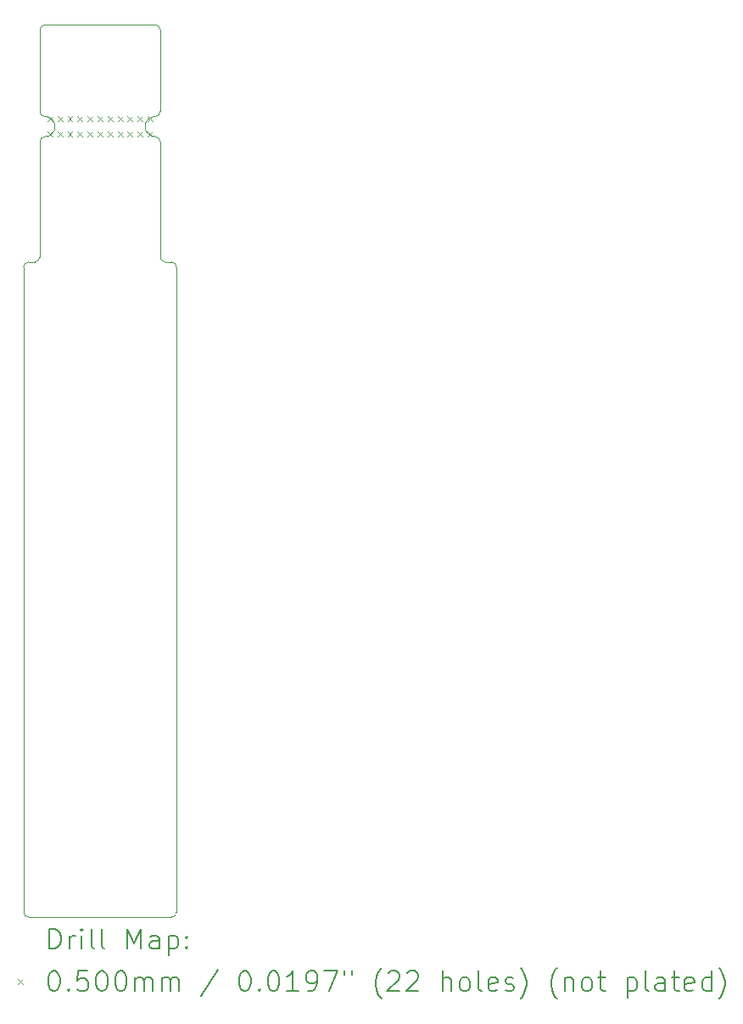
<source format=gbr>
%TF.GenerationSoftware,KiCad,Pcbnew,7.0.10*%
%TF.CreationDate,2024-01-06T05:40:19+01:00*%
%TF.ProjectId,universal-tc2030,756e6976-6572-4736-916c-2d7463323033,rev?*%
%TF.SameCoordinates,Original*%
%TF.FileFunction,Drillmap*%
%TF.FilePolarity,Positive*%
%FSLAX45Y45*%
G04 Gerber Fmt 4.5, Leading zero omitted, Abs format (unit mm)*
G04 Created by KiCad (PCBNEW 7.0.10) date 2024-01-06 05:40:19*
%MOMM*%
%LPD*%
G01*
G04 APERTURE LIST*
%ADD10C,0.100000*%
%ADD11C,0.200000*%
G04 APERTURE END LIST*
D10*
X14450000Y-5000000D02*
G75*
G03*
X14450000Y-4800000I0J100000D01*
G01*
X14350000Y-6250000D02*
G75*
G03*
X14400000Y-6200000I0J50000D01*
G01*
X14288000Y-12790000D02*
X15712000Y-12790000D01*
X15600000Y-5050000D02*
G75*
G03*
X15550000Y-5000000I-50000J0D01*
G01*
X14238000Y-6300000D02*
X14238000Y-12740000D01*
X14400000Y-3935000D02*
X14400000Y-4750000D01*
X14450000Y-3885000D02*
X15550000Y-3885000D01*
X15600000Y-3935000D02*
X15600000Y-4750000D01*
X15650000Y-6250000D02*
X15712000Y-6250000D01*
X14288000Y-6250000D02*
G75*
G03*
X14238000Y-6300000I0J-50000D01*
G01*
X14238000Y-12740000D02*
G75*
G03*
X14288000Y-12790000I50000J0D01*
G01*
X15550000Y-4800000D02*
G75*
G03*
X15600000Y-4750000I0J50000D01*
G01*
X14450000Y-5000000D02*
G75*
G03*
X14400000Y-5050000I0J-50000D01*
G01*
X14400000Y-6200000D02*
X14400000Y-5050000D01*
X14450000Y-3885000D02*
G75*
G03*
X14400000Y-3935000I0J-50000D01*
G01*
X15712000Y-12790000D02*
G75*
G03*
X15762000Y-12740000I0J50000D01*
G01*
X15762000Y-6300000D02*
X15762000Y-12740000D01*
X15600000Y-3935000D02*
G75*
G03*
X15550000Y-3885000I-50000J0D01*
G01*
X15600000Y-5050000D02*
X15600000Y-6200000D01*
X14350000Y-6250000D02*
X14288000Y-6250000D01*
X15762000Y-6300000D02*
G75*
G03*
X15712000Y-6250000I-50000J0D01*
G01*
X14400000Y-4750000D02*
G75*
G03*
X14450000Y-4800000I50000J0D01*
G01*
X15600000Y-6200000D02*
G75*
G03*
X15650000Y-6250000I50000J0D01*
G01*
X15550000Y-4800000D02*
G75*
G03*
X15550000Y-5000000I0J-100000D01*
G01*
D11*
D10*
X14475000Y-4800000D02*
X14525000Y-4850000D01*
X14525000Y-4800000D02*
X14475000Y-4850000D01*
X14475000Y-4950000D02*
X14525000Y-5000000D01*
X14525000Y-4950000D02*
X14475000Y-5000000D01*
X14575000Y-4800000D02*
X14625000Y-4850000D01*
X14625000Y-4800000D02*
X14575000Y-4850000D01*
X14575000Y-4950000D02*
X14625000Y-5000000D01*
X14625000Y-4950000D02*
X14575000Y-5000000D01*
X14675000Y-4800000D02*
X14725000Y-4850000D01*
X14725000Y-4800000D02*
X14675000Y-4850000D01*
X14675000Y-4950000D02*
X14725000Y-5000000D01*
X14725000Y-4950000D02*
X14675000Y-5000000D01*
X14775000Y-4800000D02*
X14825000Y-4850000D01*
X14825000Y-4800000D02*
X14775000Y-4850000D01*
X14775000Y-4950000D02*
X14825000Y-5000000D01*
X14825000Y-4950000D02*
X14775000Y-5000000D01*
X14875000Y-4800000D02*
X14925000Y-4850000D01*
X14925000Y-4800000D02*
X14875000Y-4850000D01*
X14875000Y-4950000D02*
X14925000Y-5000000D01*
X14925000Y-4950000D02*
X14875000Y-5000000D01*
X14975000Y-4800000D02*
X15025000Y-4850000D01*
X15025000Y-4800000D02*
X14975000Y-4850000D01*
X14975000Y-4950000D02*
X15025000Y-5000000D01*
X15025000Y-4950000D02*
X14975000Y-5000000D01*
X15075000Y-4800000D02*
X15125000Y-4850000D01*
X15125000Y-4800000D02*
X15075000Y-4850000D01*
X15075000Y-4950000D02*
X15125000Y-5000000D01*
X15125000Y-4950000D02*
X15075000Y-5000000D01*
X15175000Y-4800000D02*
X15225000Y-4850000D01*
X15225000Y-4800000D02*
X15175000Y-4850000D01*
X15175000Y-4950000D02*
X15225000Y-5000000D01*
X15225000Y-4950000D02*
X15175000Y-5000000D01*
X15275000Y-4800000D02*
X15325000Y-4850000D01*
X15325000Y-4800000D02*
X15275000Y-4850000D01*
X15275000Y-4950000D02*
X15325000Y-5000000D01*
X15325000Y-4950000D02*
X15275000Y-5000000D01*
X15375000Y-4800000D02*
X15425000Y-4850000D01*
X15425000Y-4800000D02*
X15375000Y-4850000D01*
X15375000Y-4950000D02*
X15425000Y-5000000D01*
X15425000Y-4950000D02*
X15375000Y-5000000D01*
X15475000Y-4800000D02*
X15525000Y-4850000D01*
X15525000Y-4800000D02*
X15475000Y-4850000D01*
X15475000Y-4950000D02*
X15525000Y-5000000D01*
X15525000Y-4950000D02*
X15475000Y-5000000D01*
D11*
X14493777Y-13106484D02*
X14493777Y-12906484D01*
X14493777Y-12906484D02*
X14541396Y-12906484D01*
X14541396Y-12906484D02*
X14569967Y-12916008D01*
X14569967Y-12916008D02*
X14589015Y-12935055D01*
X14589015Y-12935055D02*
X14598539Y-12954103D01*
X14598539Y-12954103D02*
X14608062Y-12992198D01*
X14608062Y-12992198D02*
X14608062Y-13020769D01*
X14608062Y-13020769D02*
X14598539Y-13058865D01*
X14598539Y-13058865D02*
X14589015Y-13077912D01*
X14589015Y-13077912D02*
X14569967Y-13096960D01*
X14569967Y-13096960D02*
X14541396Y-13106484D01*
X14541396Y-13106484D02*
X14493777Y-13106484D01*
X14693777Y-13106484D02*
X14693777Y-12973150D01*
X14693777Y-13011246D02*
X14703301Y-12992198D01*
X14703301Y-12992198D02*
X14712824Y-12982674D01*
X14712824Y-12982674D02*
X14731872Y-12973150D01*
X14731872Y-12973150D02*
X14750920Y-12973150D01*
X14817586Y-13106484D02*
X14817586Y-12973150D01*
X14817586Y-12906484D02*
X14808062Y-12916008D01*
X14808062Y-12916008D02*
X14817586Y-12925531D01*
X14817586Y-12925531D02*
X14827110Y-12916008D01*
X14827110Y-12916008D02*
X14817586Y-12906484D01*
X14817586Y-12906484D02*
X14817586Y-12925531D01*
X14941396Y-13106484D02*
X14922348Y-13096960D01*
X14922348Y-13096960D02*
X14912824Y-13077912D01*
X14912824Y-13077912D02*
X14912824Y-12906484D01*
X15046158Y-13106484D02*
X15027110Y-13096960D01*
X15027110Y-13096960D02*
X15017586Y-13077912D01*
X15017586Y-13077912D02*
X15017586Y-12906484D01*
X15274729Y-13106484D02*
X15274729Y-12906484D01*
X15274729Y-12906484D02*
X15341396Y-13049341D01*
X15341396Y-13049341D02*
X15408062Y-12906484D01*
X15408062Y-12906484D02*
X15408062Y-13106484D01*
X15589015Y-13106484D02*
X15589015Y-13001722D01*
X15589015Y-13001722D02*
X15579491Y-12982674D01*
X15579491Y-12982674D02*
X15560443Y-12973150D01*
X15560443Y-12973150D02*
X15522348Y-12973150D01*
X15522348Y-12973150D02*
X15503301Y-12982674D01*
X15589015Y-13096960D02*
X15569967Y-13106484D01*
X15569967Y-13106484D02*
X15522348Y-13106484D01*
X15522348Y-13106484D02*
X15503301Y-13096960D01*
X15503301Y-13096960D02*
X15493777Y-13077912D01*
X15493777Y-13077912D02*
X15493777Y-13058865D01*
X15493777Y-13058865D02*
X15503301Y-13039817D01*
X15503301Y-13039817D02*
X15522348Y-13030293D01*
X15522348Y-13030293D02*
X15569967Y-13030293D01*
X15569967Y-13030293D02*
X15589015Y-13020769D01*
X15684253Y-12973150D02*
X15684253Y-13173150D01*
X15684253Y-12982674D02*
X15703301Y-12973150D01*
X15703301Y-12973150D02*
X15741396Y-12973150D01*
X15741396Y-12973150D02*
X15760443Y-12982674D01*
X15760443Y-12982674D02*
X15769967Y-12992198D01*
X15769967Y-12992198D02*
X15779491Y-13011246D01*
X15779491Y-13011246D02*
X15779491Y-13068388D01*
X15779491Y-13068388D02*
X15769967Y-13087436D01*
X15769967Y-13087436D02*
X15760443Y-13096960D01*
X15760443Y-13096960D02*
X15741396Y-13106484D01*
X15741396Y-13106484D02*
X15703301Y-13106484D01*
X15703301Y-13106484D02*
X15684253Y-13096960D01*
X15865205Y-13087436D02*
X15874729Y-13096960D01*
X15874729Y-13096960D02*
X15865205Y-13106484D01*
X15865205Y-13106484D02*
X15855682Y-13096960D01*
X15855682Y-13096960D02*
X15865205Y-13087436D01*
X15865205Y-13087436D02*
X15865205Y-13106484D01*
X15865205Y-12982674D02*
X15874729Y-12992198D01*
X15874729Y-12992198D02*
X15865205Y-13001722D01*
X15865205Y-13001722D02*
X15855682Y-12992198D01*
X15855682Y-12992198D02*
X15865205Y-12982674D01*
X15865205Y-12982674D02*
X15865205Y-13001722D01*
D10*
X14183000Y-13410000D02*
X14233000Y-13460000D01*
X14233000Y-13410000D02*
X14183000Y-13460000D01*
D11*
X14531872Y-13326484D02*
X14550920Y-13326484D01*
X14550920Y-13326484D02*
X14569967Y-13336008D01*
X14569967Y-13336008D02*
X14579491Y-13345531D01*
X14579491Y-13345531D02*
X14589015Y-13364579D01*
X14589015Y-13364579D02*
X14598539Y-13402674D01*
X14598539Y-13402674D02*
X14598539Y-13450293D01*
X14598539Y-13450293D02*
X14589015Y-13488388D01*
X14589015Y-13488388D02*
X14579491Y-13507436D01*
X14579491Y-13507436D02*
X14569967Y-13516960D01*
X14569967Y-13516960D02*
X14550920Y-13526484D01*
X14550920Y-13526484D02*
X14531872Y-13526484D01*
X14531872Y-13526484D02*
X14512824Y-13516960D01*
X14512824Y-13516960D02*
X14503301Y-13507436D01*
X14503301Y-13507436D02*
X14493777Y-13488388D01*
X14493777Y-13488388D02*
X14484253Y-13450293D01*
X14484253Y-13450293D02*
X14484253Y-13402674D01*
X14484253Y-13402674D02*
X14493777Y-13364579D01*
X14493777Y-13364579D02*
X14503301Y-13345531D01*
X14503301Y-13345531D02*
X14512824Y-13336008D01*
X14512824Y-13336008D02*
X14531872Y-13326484D01*
X14684253Y-13507436D02*
X14693777Y-13516960D01*
X14693777Y-13516960D02*
X14684253Y-13526484D01*
X14684253Y-13526484D02*
X14674729Y-13516960D01*
X14674729Y-13516960D02*
X14684253Y-13507436D01*
X14684253Y-13507436D02*
X14684253Y-13526484D01*
X14874729Y-13326484D02*
X14779491Y-13326484D01*
X14779491Y-13326484D02*
X14769967Y-13421722D01*
X14769967Y-13421722D02*
X14779491Y-13412198D01*
X14779491Y-13412198D02*
X14798539Y-13402674D01*
X14798539Y-13402674D02*
X14846158Y-13402674D01*
X14846158Y-13402674D02*
X14865205Y-13412198D01*
X14865205Y-13412198D02*
X14874729Y-13421722D01*
X14874729Y-13421722D02*
X14884253Y-13440769D01*
X14884253Y-13440769D02*
X14884253Y-13488388D01*
X14884253Y-13488388D02*
X14874729Y-13507436D01*
X14874729Y-13507436D02*
X14865205Y-13516960D01*
X14865205Y-13516960D02*
X14846158Y-13526484D01*
X14846158Y-13526484D02*
X14798539Y-13526484D01*
X14798539Y-13526484D02*
X14779491Y-13516960D01*
X14779491Y-13516960D02*
X14769967Y-13507436D01*
X15008062Y-13326484D02*
X15027110Y-13326484D01*
X15027110Y-13326484D02*
X15046158Y-13336008D01*
X15046158Y-13336008D02*
X15055682Y-13345531D01*
X15055682Y-13345531D02*
X15065205Y-13364579D01*
X15065205Y-13364579D02*
X15074729Y-13402674D01*
X15074729Y-13402674D02*
X15074729Y-13450293D01*
X15074729Y-13450293D02*
X15065205Y-13488388D01*
X15065205Y-13488388D02*
X15055682Y-13507436D01*
X15055682Y-13507436D02*
X15046158Y-13516960D01*
X15046158Y-13516960D02*
X15027110Y-13526484D01*
X15027110Y-13526484D02*
X15008062Y-13526484D01*
X15008062Y-13526484D02*
X14989015Y-13516960D01*
X14989015Y-13516960D02*
X14979491Y-13507436D01*
X14979491Y-13507436D02*
X14969967Y-13488388D01*
X14969967Y-13488388D02*
X14960443Y-13450293D01*
X14960443Y-13450293D02*
X14960443Y-13402674D01*
X14960443Y-13402674D02*
X14969967Y-13364579D01*
X14969967Y-13364579D02*
X14979491Y-13345531D01*
X14979491Y-13345531D02*
X14989015Y-13336008D01*
X14989015Y-13336008D02*
X15008062Y-13326484D01*
X15198539Y-13326484D02*
X15217586Y-13326484D01*
X15217586Y-13326484D02*
X15236634Y-13336008D01*
X15236634Y-13336008D02*
X15246158Y-13345531D01*
X15246158Y-13345531D02*
X15255682Y-13364579D01*
X15255682Y-13364579D02*
X15265205Y-13402674D01*
X15265205Y-13402674D02*
X15265205Y-13450293D01*
X15265205Y-13450293D02*
X15255682Y-13488388D01*
X15255682Y-13488388D02*
X15246158Y-13507436D01*
X15246158Y-13507436D02*
X15236634Y-13516960D01*
X15236634Y-13516960D02*
X15217586Y-13526484D01*
X15217586Y-13526484D02*
X15198539Y-13526484D01*
X15198539Y-13526484D02*
X15179491Y-13516960D01*
X15179491Y-13516960D02*
X15169967Y-13507436D01*
X15169967Y-13507436D02*
X15160443Y-13488388D01*
X15160443Y-13488388D02*
X15150920Y-13450293D01*
X15150920Y-13450293D02*
X15150920Y-13402674D01*
X15150920Y-13402674D02*
X15160443Y-13364579D01*
X15160443Y-13364579D02*
X15169967Y-13345531D01*
X15169967Y-13345531D02*
X15179491Y-13336008D01*
X15179491Y-13336008D02*
X15198539Y-13326484D01*
X15350920Y-13526484D02*
X15350920Y-13393150D01*
X15350920Y-13412198D02*
X15360443Y-13402674D01*
X15360443Y-13402674D02*
X15379491Y-13393150D01*
X15379491Y-13393150D02*
X15408063Y-13393150D01*
X15408063Y-13393150D02*
X15427110Y-13402674D01*
X15427110Y-13402674D02*
X15436634Y-13421722D01*
X15436634Y-13421722D02*
X15436634Y-13526484D01*
X15436634Y-13421722D02*
X15446158Y-13402674D01*
X15446158Y-13402674D02*
X15465205Y-13393150D01*
X15465205Y-13393150D02*
X15493777Y-13393150D01*
X15493777Y-13393150D02*
X15512824Y-13402674D01*
X15512824Y-13402674D02*
X15522348Y-13421722D01*
X15522348Y-13421722D02*
X15522348Y-13526484D01*
X15617586Y-13526484D02*
X15617586Y-13393150D01*
X15617586Y-13412198D02*
X15627110Y-13402674D01*
X15627110Y-13402674D02*
X15646158Y-13393150D01*
X15646158Y-13393150D02*
X15674729Y-13393150D01*
X15674729Y-13393150D02*
X15693777Y-13402674D01*
X15693777Y-13402674D02*
X15703301Y-13421722D01*
X15703301Y-13421722D02*
X15703301Y-13526484D01*
X15703301Y-13421722D02*
X15712824Y-13402674D01*
X15712824Y-13402674D02*
X15731872Y-13393150D01*
X15731872Y-13393150D02*
X15760443Y-13393150D01*
X15760443Y-13393150D02*
X15779491Y-13402674D01*
X15779491Y-13402674D02*
X15789015Y-13421722D01*
X15789015Y-13421722D02*
X15789015Y-13526484D01*
X16179491Y-13316960D02*
X16008063Y-13574103D01*
X16436634Y-13326484D02*
X16455682Y-13326484D01*
X16455682Y-13326484D02*
X16474729Y-13336008D01*
X16474729Y-13336008D02*
X16484253Y-13345531D01*
X16484253Y-13345531D02*
X16493777Y-13364579D01*
X16493777Y-13364579D02*
X16503301Y-13402674D01*
X16503301Y-13402674D02*
X16503301Y-13450293D01*
X16503301Y-13450293D02*
X16493777Y-13488388D01*
X16493777Y-13488388D02*
X16484253Y-13507436D01*
X16484253Y-13507436D02*
X16474729Y-13516960D01*
X16474729Y-13516960D02*
X16455682Y-13526484D01*
X16455682Y-13526484D02*
X16436634Y-13526484D01*
X16436634Y-13526484D02*
X16417586Y-13516960D01*
X16417586Y-13516960D02*
X16408063Y-13507436D01*
X16408063Y-13507436D02*
X16398539Y-13488388D01*
X16398539Y-13488388D02*
X16389015Y-13450293D01*
X16389015Y-13450293D02*
X16389015Y-13402674D01*
X16389015Y-13402674D02*
X16398539Y-13364579D01*
X16398539Y-13364579D02*
X16408063Y-13345531D01*
X16408063Y-13345531D02*
X16417586Y-13336008D01*
X16417586Y-13336008D02*
X16436634Y-13326484D01*
X16589015Y-13507436D02*
X16598539Y-13516960D01*
X16598539Y-13516960D02*
X16589015Y-13526484D01*
X16589015Y-13526484D02*
X16579491Y-13516960D01*
X16579491Y-13516960D02*
X16589015Y-13507436D01*
X16589015Y-13507436D02*
X16589015Y-13526484D01*
X16722348Y-13326484D02*
X16741396Y-13326484D01*
X16741396Y-13326484D02*
X16760444Y-13336008D01*
X16760444Y-13336008D02*
X16769967Y-13345531D01*
X16769967Y-13345531D02*
X16779491Y-13364579D01*
X16779491Y-13364579D02*
X16789015Y-13402674D01*
X16789015Y-13402674D02*
X16789015Y-13450293D01*
X16789015Y-13450293D02*
X16779491Y-13488388D01*
X16779491Y-13488388D02*
X16769967Y-13507436D01*
X16769967Y-13507436D02*
X16760444Y-13516960D01*
X16760444Y-13516960D02*
X16741396Y-13526484D01*
X16741396Y-13526484D02*
X16722348Y-13526484D01*
X16722348Y-13526484D02*
X16703301Y-13516960D01*
X16703301Y-13516960D02*
X16693777Y-13507436D01*
X16693777Y-13507436D02*
X16684253Y-13488388D01*
X16684253Y-13488388D02*
X16674729Y-13450293D01*
X16674729Y-13450293D02*
X16674729Y-13402674D01*
X16674729Y-13402674D02*
X16684253Y-13364579D01*
X16684253Y-13364579D02*
X16693777Y-13345531D01*
X16693777Y-13345531D02*
X16703301Y-13336008D01*
X16703301Y-13336008D02*
X16722348Y-13326484D01*
X16979491Y-13526484D02*
X16865206Y-13526484D01*
X16922348Y-13526484D02*
X16922348Y-13326484D01*
X16922348Y-13326484D02*
X16903301Y-13355055D01*
X16903301Y-13355055D02*
X16884253Y-13374103D01*
X16884253Y-13374103D02*
X16865206Y-13383627D01*
X17074729Y-13526484D02*
X17112825Y-13526484D01*
X17112825Y-13526484D02*
X17131872Y-13516960D01*
X17131872Y-13516960D02*
X17141396Y-13507436D01*
X17141396Y-13507436D02*
X17160444Y-13478865D01*
X17160444Y-13478865D02*
X17169968Y-13440769D01*
X17169968Y-13440769D02*
X17169968Y-13364579D01*
X17169968Y-13364579D02*
X17160444Y-13345531D01*
X17160444Y-13345531D02*
X17150920Y-13336008D01*
X17150920Y-13336008D02*
X17131872Y-13326484D01*
X17131872Y-13326484D02*
X17093777Y-13326484D01*
X17093777Y-13326484D02*
X17074729Y-13336008D01*
X17074729Y-13336008D02*
X17065206Y-13345531D01*
X17065206Y-13345531D02*
X17055682Y-13364579D01*
X17055682Y-13364579D02*
X17055682Y-13412198D01*
X17055682Y-13412198D02*
X17065206Y-13431246D01*
X17065206Y-13431246D02*
X17074729Y-13440769D01*
X17074729Y-13440769D02*
X17093777Y-13450293D01*
X17093777Y-13450293D02*
X17131872Y-13450293D01*
X17131872Y-13450293D02*
X17150920Y-13440769D01*
X17150920Y-13440769D02*
X17160444Y-13431246D01*
X17160444Y-13431246D02*
X17169968Y-13412198D01*
X17236634Y-13326484D02*
X17369968Y-13326484D01*
X17369968Y-13326484D02*
X17284253Y-13526484D01*
X17436634Y-13326484D02*
X17436634Y-13364579D01*
X17512825Y-13326484D02*
X17512825Y-13364579D01*
X17808063Y-13602674D02*
X17798539Y-13593150D01*
X17798539Y-13593150D02*
X17779491Y-13564579D01*
X17779491Y-13564579D02*
X17769968Y-13545531D01*
X17769968Y-13545531D02*
X17760444Y-13516960D01*
X17760444Y-13516960D02*
X17750920Y-13469341D01*
X17750920Y-13469341D02*
X17750920Y-13431246D01*
X17750920Y-13431246D02*
X17760444Y-13383627D01*
X17760444Y-13383627D02*
X17769968Y-13355055D01*
X17769968Y-13355055D02*
X17779491Y-13336008D01*
X17779491Y-13336008D02*
X17798539Y-13307436D01*
X17798539Y-13307436D02*
X17808063Y-13297912D01*
X17874730Y-13345531D02*
X17884253Y-13336008D01*
X17884253Y-13336008D02*
X17903301Y-13326484D01*
X17903301Y-13326484D02*
X17950920Y-13326484D01*
X17950920Y-13326484D02*
X17969968Y-13336008D01*
X17969968Y-13336008D02*
X17979491Y-13345531D01*
X17979491Y-13345531D02*
X17989015Y-13364579D01*
X17989015Y-13364579D02*
X17989015Y-13383627D01*
X17989015Y-13383627D02*
X17979491Y-13412198D01*
X17979491Y-13412198D02*
X17865206Y-13526484D01*
X17865206Y-13526484D02*
X17989015Y-13526484D01*
X18065206Y-13345531D02*
X18074730Y-13336008D01*
X18074730Y-13336008D02*
X18093777Y-13326484D01*
X18093777Y-13326484D02*
X18141396Y-13326484D01*
X18141396Y-13326484D02*
X18160444Y-13336008D01*
X18160444Y-13336008D02*
X18169968Y-13345531D01*
X18169968Y-13345531D02*
X18179491Y-13364579D01*
X18179491Y-13364579D02*
X18179491Y-13383627D01*
X18179491Y-13383627D02*
X18169968Y-13412198D01*
X18169968Y-13412198D02*
X18055682Y-13526484D01*
X18055682Y-13526484D02*
X18179491Y-13526484D01*
X18417587Y-13526484D02*
X18417587Y-13326484D01*
X18503301Y-13526484D02*
X18503301Y-13421722D01*
X18503301Y-13421722D02*
X18493777Y-13402674D01*
X18493777Y-13402674D02*
X18474730Y-13393150D01*
X18474730Y-13393150D02*
X18446158Y-13393150D01*
X18446158Y-13393150D02*
X18427111Y-13402674D01*
X18427111Y-13402674D02*
X18417587Y-13412198D01*
X18627111Y-13526484D02*
X18608063Y-13516960D01*
X18608063Y-13516960D02*
X18598539Y-13507436D01*
X18598539Y-13507436D02*
X18589015Y-13488388D01*
X18589015Y-13488388D02*
X18589015Y-13431246D01*
X18589015Y-13431246D02*
X18598539Y-13412198D01*
X18598539Y-13412198D02*
X18608063Y-13402674D01*
X18608063Y-13402674D02*
X18627111Y-13393150D01*
X18627111Y-13393150D02*
X18655682Y-13393150D01*
X18655682Y-13393150D02*
X18674730Y-13402674D01*
X18674730Y-13402674D02*
X18684253Y-13412198D01*
X18684253Y-13412198D02*
X18693777Y-13431246D01*
X18693777Y-13431246D02*
X18693777Y-13488388D01*
X18693777Y-13488388D02*
X18684253Y-13507436D01*
X18684253Y-13507436D02*
X18674730Y-13516960D01*
X18674730Y-13516960D02*
X18655682Y-13526484D01*
X18655682Y-13526484D02*
X18627111Y-13526484D01*
X18808063Y-13526484D02*
X18789015Y-13516960D01*
X18789015Y-13516960D02*
X18779492Y-13497912D01*
X18779492Y-13497912D02*
X18779492Y-13326484D01*
X18960444Y-13516960D02*
X18941396Y-13526484D01*
X18941396Y-13526484D02*
X18903301Y-13526484D01*
X18903301Y-13526484D02*
X18884253Y-13516960D01*
X18884253Y-13516960D02*
X18874730Y-13497912D01*
X18874730Y-13497912D02*
X18874730Y-13421722D01*
X18874730Y-13421722D02*
X18884253Y-13402674D01*
X18884253Y-13402674D02*
X18903301Y-13393150D01*
X18903301Y-13393150D02*
X18941396Y-13393150D01*
X18941396Y-13393150D02*
X18960444Y-13402674D01*
X18960444Y-13402674D02*
X18969968Y-13421722D01*
X18969968Y-13421722D02*
X18969968Y-13440769D01*
X18969968Y-13440769D02*
X18874730Y-13459817D01*
X19046158Y-13516960D02*
X19065206Y-13526484D01*
X19065206Y-13526484D02*
X19103301Y-13526484D01*
X19103301Y-13526484D02*
X19122349Y-13516960D01*
X19122349Y-13516960D02*
X19131873Y-13497912D01*
X19131873Y-13497912D02*
X19131873Y-13488388D01*
X19131873Y-13488388D02*
X19122349Y-13469341D01*
X19122349Y-13469341D02*
X19103301Y-13459817D01*
X19103301Y-13459817D02*
X19074730Y-13459817D01*
X19074730Y-13459817D02*
X19055682Y-13450293D01*
X19055682Y-13450293D02*
X19046158Y-13431246D01*
X19046158Y-13431246D02*
X19046158Y-13421722D01*
X19046158Y-13421722D02*
X19055682Y-13402674D01*
X19055682Y-13402674D02*
X19074730Y-13393150D01*
X19074730Y-13393150D02*
X19103301Y-13393150D01*
X19103301Y-13393150D02*
X19122349Y-13402674D01*
X19198539Y-13602674D02*
X19208063Y-13593150D01*
X19208063Y-13593150D02*
X19227111Y-13564579D01*
X19227111Y-13564579D02*
X19236634Y-13545531D01*
X19236634Y-13545531D02*
X19246158Y-13516960D01*
X19246158Y-13516960D02*
X19255682Y-13469341D01*
X19255682Y-13469341D02*
X19255682Y-13431246D01*
X19255682Y-13431246D02*
X19246158Y-13383627D01*
X19246158Y-13383627D02*
X19236634Y-13355055D01*
X19236634Y-13355055D02*
X19227111Y-13336008D01*
X19227111Y-13336008D02*
X19208063Y-13307436D01*
X19208063Y-13307436D02*
X19198539Y-13297912D01*
X19560444Y-13602674D02*
X19550920Y-13593150D01*
X19550920Y-13593150D02*
X19531873Y-13564579D01*
X19531873Y-13564579D02*
X19522349Y-13545531D01*
X19522349Y-13545531D02*
X19512825Y-13516960D01*
X19512825Y-13516960D02*
X19503301Y-13469341D01*
X19503301Y-13469341D02*
X19503301Y-13431246D01*
X19503301Y-13431246D02*
X19512825Y-13383627D01*
X19512825Y-13383627D02*
X19522349Y-13355055D01*
X19522349Y-13355055D02*
X19531873Y-13336008D01*
X19531873Y-13336008D02*
X19550920Y-13307436D01*
X19550920Y-13307436D02*
X19560444Y-13297912D01*
X19636634Y-13393150D02*
X19636634Y-13526484D01*
X19636634Y-13412198D02*
X19646158Y-13402674D01*
X19646158Y-13402674D02*
X19665206Y-13393150D01*
X19665206Y-13393150D02*
X19693777Y-13393150D01*
X19693777Y-13393150D02*
X19712825Y-13402674D01*
X19712825Y-13402674D02*
X19722349Y-13421722D01*
X19722349Y-13421722D02*
X19722349Y-13526484D01*
X19846158Y-13526484D02*
X19827111Y-13516960D01*
X19827111Y-13516960D02*
X19817587Y-13507436D01*
X19817587Y-13507436D02*
X19808063Y-13488388D01*
X19808063Y-13488388D02*
X19808063Y-13431246D01*
X19808063Y-13431246D02*
X19817587Y-13412198D01*
X19817587Y-13412198D02*
X19827111Y-13402674D01*
X19827111Y-13402674D02*
X19846158Y-13393150D01*
X19846158Y-13393150D02*
X19874730Y-13393150D01*
X19874730Y-13393150D02*
X19893777Y-13402674D01*
X19893777Y-13402674D02*
X19903301Y-13412198D01*
X19903301Y-13412198D02*
X19912825Y-13431246D01*
X19912825Y-13431246D02*
X19912825Y-13488388D01*
X19912825Y-13488388D02*
X19903301Y-13507436D01*
X19903301Y-13507436D02*
X19893777Y-13516960D01*
X19893777Y-13516960D02*
X19874730Y-13526484D01*
X19874730Y-13526484D02*
X19846158Y-13526484D01*
X19969968Y-13393150D02*
X20046158Y-13393150D01*
X19998539Y-13326484D02*
X19998539Y-13497912D01*
X19998539Y-13497912D02*
X20008063Y-13516960D01*
X20008063Y-13516960D02*
X20027111Y-13526484D01*
X20027111Y-13526484D02*
X20046158Y-13526484D01*
X20265206Y-13393150D02*
X20265206Y-13593150D01*
X20265206Y-13402674D02*
X20284254Y-13393150D01*
X20284254Y-13393150D02*
X20322349Y-13393150D01*
X20322349Y-13393150D02*
X20341396Y-13402674D01*
X20341396Y-13402674D02*
X20350920Y-13412198D01*
X20350920Y-13412198D02*
X20360444Y-13431246D01*
X20360444Y-13431246D02*
X20360444Y-13488388D01*
X20360444Y-13488388D02*
X20350920Y-13507436D01*
X20350920Y-13507436D02*
X20341396Y-13516960D01*
X20341396Y-13516960D02*
X20322349Y-13526484D01*
X20322349Y-13526484D02*
X20284254Y-13526484D01*
X20284254Y-13526484D02*
X20265206Y-13516960D01*
X20474730Y-13526484D02*
X20455682Y-13516960D01*
X20455682Y-13516960D02*
X20446158Y-13497912D01*
X20446158Y-13497912D02*
X20446158Y-13326484D01*
X20636635Y-13526484D02*
X20636635Y-13421722D01*
X20636635Y-13421722D02*
X20627111Y-13402674D01*
X20627111Y-13402674D02*
X20608063Y-13393150D01*
X20608063Y-13393150D02*
X20569968Y-13393150D01*
X20569968Y-13393150D02*
X20550920Y-13402674D01*
X20636635Y-13516960D02*
X20617587Y-13526484D01*
X20617587Y-13526484D02*
X20569968Y-13526484D01*
X20569968Y-13526484D02*
X20550920Y-13516960D01*
X20550920Y-13516960D02*
X20541396Y-13497912D01*
X20541396Y-13497912D02*
X20541396Y-13478865D01*
X20541396Y-13478865D02*
X20550920Y-13459817D01*
X20550920Y-13459817D02*
X20569968Y-13450293D01*
X20569968Y-13450293D02*
X20617587Y-13450293D01*
X20617587Y-13450293D02*
X20636635Y-13440769D01*
X20703301Y-13393150D02*
X20779492Y-13393150D01*
X20731873Y-13326484D02*
X20731873Y-13497912D01*
X20731873Y-13497912D02*
X20741396Y-13516960D01*
X20741396Y-13516960D02*
X20760444Y-13526484D01*
X20760444Y-13526484D02*
X20779492Y-13526484D01*
X20922349Y-13516960D02*
X20903301Y-13526484D01*
X20903301Y-13526484D02*
X20865206Y-13526484D01*
X20865206Y-13526484D02*
X20846158Y-13516960D01*
X20846158Y-13516960D02*
X20836635Y-13497912D01*
X20836635Y-13497912D02*
X20836635Y-13421722D01*
X20836635Y-13421722D02*
X20846158Y-13402674D01*
X20846158Y-13402674D02*
X20865206Y-13393150D01*
X20865206Y-13393150D02*
X20903301Y-13393150D01*
X20903301Y-13393150D02*
X20922349Y-13402674D01*
X20922349Y-13402674D02*
X20931873Y-13421722D01*
X20931873Y-13421722D02*
X20931873Y-13440769D01*
X20931873Y-13440769D02*
X20836635Y-13459817D01*
X21103301Y-13526484D02*
X21103301Y-13326484D01*
X21103301Y-13516960D02*
X21084254Y-13526484D01*
X21084254Y-13526484D02*
X21046158Y-13526484D01*
X21046158Y-13526484D02*
X21027111Y-13516960D01*
X21027111Y-13516960D02*
X21017587Y-13507436D01*
X21017587Y-13507436D02*
X21008063Y-13488388D01*
X21008063Y-13488388D02*
X21008063Y-13431246D01*
X21008063Y-13431246D02*
X21017587Y-13412198D01*
X21017587Y-13412198D02*
X21027111Y-13402674D01*
X21027111Y-13402674D02*
X21046158Y-13393150D01*
X21046158Y-13393150D02*
X21084254Y-13393150D01*
X21084254Y-13393150D02*
X21103301Y-13402674D01*
X21179492Y-13602674D02*
X21189016Y-13593150D01*
X21189016Y-13593150D02*
X21208063Y-13564579D01*
X21208063Y-13564579D02*
X21217587Y-13545531D01*
X21217587Y-13545531D02*
X21227111Y-13516960D01*
X21227111Y-13516960D02*
X21236635Y-13469341D01*
X21236635Y-13469341D02*
X21236635Y-13431246D01*
X21236635Y-13431246D02*
X21227111Y-13383627D01*
X21227111Y-13383627D02*
X21217587Y-13355055D01*
X21217587Y-13355055D02*
X21208063Y-13336008D01*
X21208063Y-13336008D02*
X21189016Y-13307436D01*
X21189016Y-13307436D02*
X21179492Y-13297912D01*
M02*

</source>
